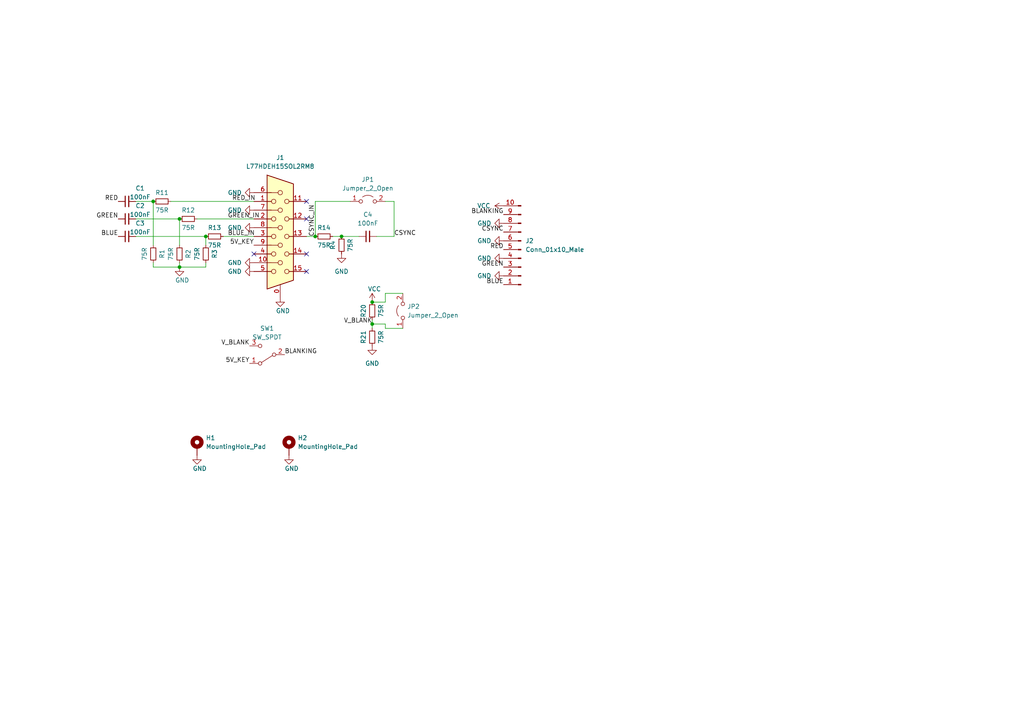
<source format=kicad_sch>
(kicad_sch (version 20211123) (generator eeschema)
  (paper "A4")
  (lib_symbols
    (symbol "Connector:Conn_01x10_Male" (pin_names (offset 1.016) hide)
      (property "Reference" "J" (at 0 12.7 0))
      (property "Value" "Conn_01x10_Male" (at 0 -15.24 0))
      (symbol "Conn_01x10_Male_1_1"
        (polyline (pts (xy 1.27 -12.7) (xy 0.8636 -12.7)) (stroke (width 0.1524)))
        (polyline (pts (xy 1.27 -10.16) (xy 0.8636 -10.16)) (stroke (width 0.1524)))
        (polyline (pts (xy 1.27 -7.62) (xy 0.8636 -7.62)) (stroke (width 0.1524)))
        (polyline (pts (xy 1.27 -5.08) (xy 0.8636 -5.08)) (stroke (width 0.1524)))
        (polyline (pts (xy 1.27 -2.54) (xy 0.8636 -2.54)) (stroke (width 0.1524)))
        (polyline (pts (xy 1.27 0) (xy 0.8636 0)) (stroke (width 0.1524)))
        (polyline (pts (xy 1.27 2.54) (xy 0.8636 2.54)) (stroke (width 0.1524)))
        (polyline (pts (xy 1.27 5.08) (xy 0.8636 5.08)) (stroke (width 0.1524)))
        (polyline (pts (xy 1.27 7.62) (xy 0.8636 7.62)) (stroke (width 0.1524)))
        (polyline (pts (xy 1.27 10.16) (xy 0.8636 10.16)) (stroke (width 0.1524)))
        (rectangle (start 0.8636 -12.573) (end 0 -12.827) (stroke (width 0.1524)) (fill (type outline)))
        (rectangle (start 0.8636 -10.033) (end 0 -10.287) (stroke (width 0.1524)) (fill (type outline)))
        (rectangle (start 0.8636 -7.493) (end 0 -7.747) (stroke (width 0.1524)) (fill (type outline)))
        (rectangle (start 0.8636 -4.953) (end 0 -5.207) (stroke (width 0.1524)) (fill (type outline)))
        (rectangle (start 0.8636 -2.413) (end 0 -2.667) (stroke (width 0.1524)) (fill (type outline)))
        (rectangle (start 0.8636 0.127) (end 0 -0.127) (stroke (width 0.1524)) (fill (type outline)))
        (rectangle (start 0.8636 2.667) (end 0 2.413) (stroke (width 0.1524)) (fill (type outline)))
        (rectangle (start 0.8636 5.207) (end 0 4.953) (stroke (width 0.1524)) (fill (type outline)))
        (rectangle (start 0.8636 7.747) (end 0 7.493) (stroke (width 0.1524)) (fill (type outline)))
        (rectangle (start 0.8636 10.287) (end 0 10.033) (stroke (width 0.1524)) (fill (type outline)))
        (pin passive line (at 5.08 10.16 180) (length 3.81) (name "Pin_1") (number "1"))
        (pin passive line (at 5.08 -12.7 180) (length 3.81) (name "Pin_10") (number "10"))
        (pin passive line (at 5.08 7.62 180) (length 3.81) (name "Pin_2") (number "2"))
        (pin passive line (at 5.08 5.08 180) (length 3.81) (name "Pin_3") (number "3"))
        (pin passive line (at 5.08 2.54 180) (length 3.81) (name "Pin_4") (number "4"))
        (pin passive line (at 5.08 0 180) (length 3.81) (name "Pin_5") (number "5"))
        (pin passive line (at 5.08 -2.54 180) (length 3.81) (name "Pin_6") (number "6"))
        (pin passive line (at 5.08 -5.08 180) (length 3.81) (name "Pin_7") (number "7"))
        (pin passive line (at 5.08 -7.62 180) (length 3.81) (name "Pin_8") (number "8"))
        (pin passive line (at 5.08 -10.16 180) (length 3.81) (name "Pin_9") (number "9"))
      )
    )
    (symbol "Connector:DB15_Female_HighDensity_MountingHoles" (pin_names (offset 1.016) hide)
      (property "Reference" "J" (at 0 21.59 0))
      (property "Value" "DB15_Female_HighDensity_MountingHoles" (at 0 19.05 0))
      (symbol "DB15_Female_HighDensity_MountingHoles_0_1"
        (circle (center -1.905 -10.16) (radius 0.635))
        (circle (center -1.905 -5.08) (radius 0.635))
        (circle (center -1.905 0) (radius 0.635))
        (circle (center -1.905 5.08) (radius 0.635))
        (circle (center -1.905 10.16) (radius 0.635))
        (circle (center 0 -7.62) (radius 0.635))
        (circle (center 0 -2.54) (radius 0.635))
        (polyline (pts (xy -3.175 7.62) (xy -0.635 7.62)))
        (polyline (pts (xy -0.635 -7.62) (xy -3.175 -7.62)))
        (polyline (pts (xy -0.635 -2.54) (xy -3.175 -2.54)))
        (polyline (pts (xy -0.635 2.54) (xy -3.175 2.54)))
        (polyline (pts (xy -0.635 12.7) (xy -3.175 12.7)))
        (polyline (pts (xy -3.81 17.78) (xy -3.81 -15.24) (xy 3.81 -12.7) (xy 3.81 15.24) (xy -3.81 17.78)) (stroke (width 0.254)) (fill (type background)))
        (circle (center 0 2.54) (radius 0.635))
        (circle (center 0 7.62) (radius 0.635))
        (circle (center 0 12.7) (radius 0.635))
        (circle (center 1.905 -10.16) (radius 0.635))
        (circle (center 1.905 -5.08) (radius 0.635))
        (circle (center 1.905 0) (radius 0.635))
        (circle (center 1.905 5.08) (radius 0.635))
        (circle (center 1.905 10.16) (radius 0.635))
      )
      (symbol "DB15_Female_HighDensity_MountingHoles_1_1"
        (pin passive line (at 0 -17.78 90) (length 3.81) (name "~") (number "0"))
        (pin passive line (at -7.62 10.16 0) (length 5.08) (name "~") (number "1"))
        (pin passive line (at -7.62 -7.62 0) (length 5.08) (name "~") (number "10"))
        (pin passive line (at 7.62 10.16 180) (length 5.08) (name "~") (number "11"))
        (pin passive line (at 7.62 5.08 180) (length 5.08) (name "~") (number "12"))
        (pin passive line (at 7.62 0 180) (length 5.08) (name "~") (number "13"))
        (pin passive line (at 7.62 -5.08 180) (length 5.08) (name "~") (number "14"))
        (pin passive line (at 7.62 -10.16 180) (length 5.08) (name "~") (number "15"))
        (pin passive line (at -7.62 5.08 0) (length 5.08) (name "~") (number "2"))
        (pin passive line (at -7.62 0 0) (length 5.08) (name "~") (number "3"))
        (pin passive line (at -7.62 -5.08 0) (length 5.08) (name "~") (number "4"))
        (pin passive line (at -7.62 -10.16 0) (length 5.08) (name "~") (number "5"))
        (pin passive line (at -7.62 12.7 0) (length 5.08) (name "~") (number "6"))
        (pin passive line (at -7.62 7.62 0) (length 5.08) (name "~") (number "7"))
        (pin passive line (at -7.62 2.54 0) (length 5.08) (name "~") (number "8"))
        (pin passive line (at -7.62 -2.54 0) (length 5.08) (name "~") (number "9"))
      )
    )
    (symbol "Device:C_Small" (pin_numbers hide) (pin_names (offset 0.254) hide)
      (property "Reference" "C" (at 0.254 1.778 0))
      (property "Value" "C_Small" (at 0.254 -2.032 0))
      (symbol "C_Small_0_1"
        (polyline (pts (xy -1.524 -0.508) (xy 1.524 -0.508)) (stroke (width 0.3302)))
        (polyline (pts (xy -1.524 0.508) (xy 1.524 0.508)) (stroke (width 0.3048)))
      )
      (symbol "C_Small_1_1"
        (pin passive line (at 0 2.54 270) (length 2.032) (name "~") (number "1"))
        (pin passive line (at 0 -2.54 90) (length 2.032) (name "~") (number "2"))
      )
    )
    (symbol "Device:R_Small" (pin_numbers hide) (pin_names (offset 0.254) hide)
      (property "Reference" "R" (at 0.762 0.508 0))
      (property "Value" "R_Small" (at 0.762 -1.016 0))
      (symbol "R_Small_0_1"
        (rectangle (start -0.762 1.778) (end 0.762 -1.778) (stroke (width 0.2032)))
      )
      (symbol "R_Small_1_1"
        (pin passive line (at 0 2.54 270) (length 0.762) (name "~") (number "1"))
        (pin passive line (at 0 -2.54 90) (length 0.762) (name "~") (number "2"))
      )
    )
    (symbol "Jumper:Jumper_2_Open" (pin_names (offset 0) hide)
      (property "Reference" "JP" (at 0 2.794 0))
      (property "Value" "Jumper_2_Open" (at 0 -2.286 0))
      (symbol "Jumper_2_Open_0_0"
        (circle (center -2.032 0) (radius 0.508))
        (circle (center 2.032 0) (radius 0.508))
      )
      (symbol "Jumper_2_Open_0_1"
        (arc (start 1.524 1.27) (mid 0 1.778) (end -1.524 1.27))
      )
      (symbol "Jumper_2_Open_1_1"
        (pin passive line (at -5.08 0 0) (length 2.54) (name "A") (number "1"))
        (pin passive line (at 5.08 0 180) (length 2.54) (name "B") (number "2"))
      )
    )
    (symbol "Mechanical:MountingHole_Pad" (pin_numbers hide) (pin_names (offset 1.016) hide)
      (property "Reference" "H" (at 0 6.35 0))
      (property "Value" "MountingHole_Pad" (at 0 4.445 0))
      (symbol "MountingHole_Pad_0_1"
        (circle (center 0 1.27) (radius 1.27) (stroke (width 1.27)))
      )
      (symbol "MountingHole_Pad_1_1"
        (pin input line (at 0 -2.54 90) (length 2.54) (name "1") (number "1"))
      )
    )
    (symbol "Switch:SW_SPDT" (pin_names (offset 0) hide)
      (property "Reference" "SW" (at 0 4.318 0))
      (property "Value" "SW_SPDT" (at 0 -5.08 0))
      (symbol "SW_SPDT_0_0"
        (circle (center -2.032 0) (radius 0.508))
        (circle (center 2.032 -2.54) (radius 0.508))
      )
      (symbol "SW_SPDT_0_1"
        (polyline (pts (xy -1.524 0.254) (xy 1.651 2.286)))
        (circle (center 2.032 2.54) (radius 0.508))
      )
      (symbol "SW_SPDT_1_1"
        (pin passive line (at 5.08 2.54 180) (length 2.54) (name "A") (number "1"))
        (pin passive line (at -5.08 0 0) (length 2.54) (name "B") (number "2"))
        (pin passive line (at 5.08 -2.54 180) (length 2.54) (name "C") (number "3"))
      )
    )
    (symbol "power:GND" (power) (pin_names (offset 0))
      (property "Value" "GND" (at 0 -3.81 0))
      (symbol "GND_0_1"
        (polyline (pts (xy 0 0) (xy 0 -1.27) (xy 1.27 -1.27) (xy 0 -2.54) (xy -1.27 -1.27) (xy 0 -1.27)))
      )
      (symbol "GND_1_1"
        (pin power_in line (at 0 0 270) (length 0) hide (name "GND") (number "1"))
      )
    )
    (symbol "power:VCC" (power) (pin_names (offset 0))
      (property "Value" "VCC" (at 0 3.81 0))
      (symbol "VCC_0_1"
        (polyline (pts (xy -0.762 1.27) (xy 0 2.54)))
        (polyline (pts (xy 0 0) (xy 0 2.54)))
        (polyline (pts (xy 0 2.54) (xy 0.762 1.27)))
      )
      (symbol "VCC_1_1"
        (pin power_in line (at 0 0 90) (length 0) hide (name "VCC") (number "1"))
      )
    )
  )
  (junction (at 59.69 68.58))
  (junction (at 44.45 58.42))
  (junction (at 91.44 68.58))
  (junction (at 107.95 93.98))
  (junction (at 107.95 87.63))
  (junction (at 52.07 77.47))
  (junction (at 99.06 68.58))
  (junction (at 52.07 63.5))
  (no_connect (at 88.9 63.5))
  (no_connect (at 73.66 73.66))
  (no_connect (at 88.9 78.74))
  (no_connect (at 88.9 58.42))
  (no_connect (at 88.9 73.66))
  (wire (pts (xy 39.37 68.58) (xy 59.69 68.58)))
  (wire (pts (xy 52.07 76.2) (xy 52.07 77.47)))
  (wire (pts (xy 64.77 68.58) (xy 73.66 68.58)))
  (wire (pts (xy 52.07 77.47) (xy 44.45 77.47)))
  (wire (pts (xy 111.76 87.63) (xy 111.76 85.09)))
  (wire (pts (xy 107.95 93.98) (xy 107.95 95.25)))
  (wire (pts (xy 44.45 77.47) (xy 44.45 76.2)))
  (wire (pts (xy 88.9 68.58) (xy 91.44 68.58)))
  (wire (pts (xy 52.07 63.5) (xy 52.07 71.12)))
  (wire (pts (xy 99.06 68.58) (xy 104.14 68.58)))
  (wire (pts (xy 59.69 76.2) (xy 59.69 77.47)))
  (wire (pts (xy 107.95 92.71) (xy 107.95 93.98)))
  (wire (pts (xy 114.3 68.58) (xy 109.22 68.58)))
  (wire (pts (xy 91.44 68.58) (xy 91.44 58.42)))
  (wire (pts (xy 111.76 95.25) (xy 116.84 95.25)))
  (wire (pts (xy 39.37 58.42) (xy 44.45 58.42)))
  (wire (pts (xy 114.3 58.42) (xy 114.3 68.58)))
  (wire (pts (xy 49.53 58.42) (xy 73.66 58.42)))
  (wire (pts (xy 111.76 85.09) (xy 116.84 85.09)))
  (wire (pts (xy 107.95 87.63) (xy 111.76 87.63)))
  (wire (pts (xy 39.37 63.5) (xy 52.07 63.5)))
  (wire (pts (xy 44.45 58.42) (xy 44.45 71.12)))
  (wire (pts (xy 57.15 63.5) (xy 73.66 63.5)))
  (wire (pts (xy 111.76 93.98) (xy 111.76 95.25)))
  (wire (pts (xy 111.76 58.42) (xy 114.3 58.42)))
  (wire (pts (xy 96.52 68.58) (xy 99.06 68.58)))
  (wire (pts (xy 59.69 68.58) (xy 59.69 71.12)))
  (wire (pts (xy 107.95 93.98) (xy 111.76 93.98)))
  (wire (pts (xy 59.69 77.47) (xy 52.07 77.47)))
  (wire (pts (xy 91.44 58.42) (xy 101.6 58.42)))
  (label "GREEN_IN" (at 66.04 63.5 0))
  (label "RED" (at 146.05 72.39 180))
  (label "BLUE" (at 146.05 82.55 180))
  (label "RED" (at 34.29 58.42 180))
  (label "RED_IN" (at 67.31 58.42 0))
  (label "BLUE_IN" (at 66.04 68.58 0))
  (label "V_BLANK" (at 72.39 100.33 180))
  (label "5V_KEY" (at 73.66 71.12 180))
  (label "V_BLANK" (at 107.95 93.98 180))
  (label "BLUE" (at 34.29 68.58 180))
  (label "CSYNC" (at 146.05 67.31 180))
  (label "GREEN" (at 34.29 63.5 180))
  (label "BLANKING" (at 146.05 62.23 180))
  (label "5V_KEY" (at 72.39 105.41 180))
  (label "CSYNC" (at 114.3 68.58 0))
  (label "BLANKING" (at 82.55 102.87 0))
  (label "GREEN" (at 146.05 77.47 180))
  (label "CSYNC_IN" (at 91.44 68.58 90))
  (symbol (lib_id "Device:R_Small") (at 59.69 73.66 0) (unit 1)
    (property "Reference" "R3" (at 62.23 73.66 90))
    (property "Value" "75R" (at 57.15 73.66 90))
    (property "Footprint" "Resistor_SMD:R_0805_2012Metric_Pad1.20x1.40mm_HandSolder" (effects hide))
  )
  (symbol (lib_id "power:GND") (at 73.66 78.74 270) (unit 1)
    (property "Reference" "#PWR0101" (effects hide))
    (property "Value" "GND" (at 66.04 78.74 90) (effects (justify left)))
  )
  (symbol (lib_id "Device:R_Small") (at 44.45 73.66 0) (unit 1)
    (property "Reference" "R1" (at 46.99 73.66 90))
    (property "Value" "75R" (at 41.91 73.66 90))
    (property "Footprint" "Resistor_SMD:R_0805_2012Metric_Pad1.20x1.40mm_HandSolder" (effects hide))
  )
  (symbol (lib_id "Connector:DB15_Female_HighDensity_MountingHoles") (at 81.28 68.58 0) (unit 1)
    (property "Reference" "J1" (at 81.28 45.72 0))
    (property "Value" "L77HDEH15SOL2RM8" (at 81.28 48.26 0))
    (property "Footprint" "Connector_Dsub:DSUB-15-HD_Female_Vertical_P2.29x1.98mm_MountingHoles" (effects hide))
    (property "Datasheet" " ~" (effects hide))
  )
  (symbol (lib_id "Device:R_Small") (at 62.23 68.58 90) (unit 1)
    (property "Reference" "R13" (at 62.23 66.04 90))
    (property "Value" "75R" (at 62.23 71.12 90))
    (property "Footprint" "Resistor_SMD:R_0805_2012Metric_Pad1.20x1.40mm_HandSolder" (effects hide))
  )
  (symbol (lib_id "Device:C_Small") (at 106.68 68.58 90) (unit 1)
    (property "Reference" "C4" (at 106.6863 62.23 90))
    (property "Value" "100nF" (at 106.6863 64.77 90))
    (property "Footprint" "Capacitor_SMD:C_0805_2012Metric_Pad1.18x1.45mm_HandSolder" (effects hide))
  )
  (symbol (lib_id "Device:C_Small") (at 36.83 68.58 90) (unit 1)
    (property "Reference" "C3" (at 40.64 64.77 90))
    (property "Value" "100nF" (at 40.64 67.31 90))
    (property "Footprint" "Capacitor_SMD:C_0805_2012Metric_Pad1.18x1.45mm_HandSolder" (effects hide))
  )
  (symbol (lib_id "power:GND") (at 99.06 73.66 0) (unit 1)
    (property "Reference" "#PWR0113" (effects hide))
    (property "Value" "GND" (at 99.06 78.74 0))
  )
  (symbol (lib_id "Device:R_Small") (at 93.98 68.58 90) (unit 1)
    (property "Reference" "R14" (at 93.98 66.04 90))
    (property "Value" "75R" (at 93.98 71.12 90))
    (property "Footprint" "Resistor_SMD:R_0805_2012Metric_Pad1.20x1.40mm_HandSolder" (effects hide))
  )
  (symbol (lib_id "power:GND") (at 73.66 60.96 270) (unit 1)
    (property "Reference" "#PWR0104" (effects hide))
    (property "Value" "GND" (at 66.04 60.96 90) (effects (justify left)))
  )
  (symbol (lib_id "power:GND") (at 146.05 74.93 270) (unit 1)
    (property "Reference" "#PWR0107" (effects hide))
    (property "Value" "GND" (at 138.43 74.93 90) (effects (justify left)))
  )
  (symbol (lib_id "power:VCC") (at 146.05 59.69 90) (unit 1)
    (property "Reference" "#PWR0117" (effects hide))
    (property "Value" "VCC" (at 142.24 59.6899 90) (effects (justify left)))
  )
  (symbol (lib_id "Mechanical:MountingHole_Pad") (at 57.15 129.54 0) (unit 1)
    (property "Reference" "H1" (at 59.69 126.9999 0) (effects (justify left)))
    (property "Value" "MountingHole_Pad" (at 59.69 129.5399 0) (effects (justify left)))
    (property "Footprint" "MountingHole:MountingHole_3.2mm_M3_Pad" (effects hide))
  )
  (symbol (lib_id "Device:R_Small") (at 46.99 58.42 90) (unit 1)
    (property "Reference" "R11" (at 46.99 55.88 90))
    (property "Value" "75R" (at 46.99 60.96 90))
    (property "Footprint" "Resistor_SMD:R_0805_2012Metric_Pad1.20x1.40mm_HandSolder" (effects hide))
  )
  (symbol (lib_id "power:GND") (at 73.66 76.2 270) (unit 1)
    (property "Reference" "#PWR0103" (effects hide))
    (property "Value" "GND" (at 66.04 76.2 90) (effects (justify left)))
  )
  (symbol (lib_id "power:GND") (at 57.15 132.08 0) (unit 1)
    (property "Reference" "#PWR0116" (effects hide))
    (property "Value" "GND" (at 55.88 135.89 0) (effects (justify left)))
  )
  (symbol (lib_id "Device:C_Small") (at 36.83 63.5 90) (unit 1)
    (property "Reference" "C2" (at 40.64 59.69 90))
    (property "Value" "100nF" (at 40.64 62.23 90))
    (property "Footprint" "Capacitor_SMD:C_0805_2012Metric_Pad1.18x1.45mm_HandSolder" (effects hide))
  )
  (symbol (lib_id "Mechanical:MountingHole_Pad") (at 83.82 129.54 0) (unit 1)
    (property "Reference" "H2" (at 86.36 126.9999 0) (effects (justify left)))
    (property "Value" "MountingHole_Pad" (at 86.36 129.5399 0) (effects (justify left)))
    (property "Footprint" "MountingHole:MountingHole_3.2mm_M3_Pad" (effects hide))
  )
  (symbol (lib_id "Device:R_Small") (at 54.61 63.5 90) (unit 1)
    (property "Reference" "R12" (at 54.61 60.96 90))
    (property "Value" "75R" (at 54.61 66.04 90))
    (property "Footprint" "Resistor_SMD:R_0805_2012Metric_Pad1.20x1.40mm_HandSolder" (effects hide))
  )
  (symbol (lib_id "Device:R_Small") (at 107.95 97.79 180) (unit 1)
    (property "Reference" "R21" (at 105.41 97.79 90))
    (property "Value" "75R" (at 110.49 97.79 90))
    (property "Footprint" "Resistor_SMD:R_0805_2012Metric_Pad1.20x1.40mm_HandSolder" (effects hide))
  )
  (symbol (lib_id "Device:R_Small") (at 52.07 73.66 0) (unit 1)
    (property "Reference" "R2" (at 54.61 73.66 90))
    (property "Value" "75R" (at 49.53 73.66 90))
    (property "Footprint" "Resistor_SMD:R_0805_2012Metric_Pad1.20x1.40mm_HandSolder" (effects hide))
  )
  (symbol (lib_id "Jumper:Jumper_2_Open") (at 106.68 58.42 0) (unit 1)
    (property "Reference" "JP1" (at 106.68 52.07 0))
    (property "Value" "Jumper_2_Open" (at 106.68 54.61 0))
    (property "Footprint" "Jumper:SolderJumper-2_P1.3mm_Open_TrianglePad1.0x1.5mm" (effects hide))
  )
  (symbol (lib_id "Jumper:Jumper_2_Open") (at 116.84 90.17 90) (unit 1)
    (property "Reference" "JP2" (at 118.11 88.8999 90) (effects (justify right)))
    (property "Value" "Jumper_2_Open" (at 118.11 91.4399 90) (effects (justify right)))
    (property "Footprint" "Jumper:SolderJumper-2_P1.3mm_Open_TrianglePad1.0x1.5mm" (effects hide))
  )
  (symbol (lib_id "power:VCC") (at 107.95 87.63 0) (unit 1)
    (property "Reference" "#PWR0114" (effects hide))
    (property "Value" "VCC" (at 106.68 83.82 0) (effects (justify left)))
  )
  (symbol (lib_id "power:GND") (at 146.05 80.01 270) (unit 1)
    (property "Reference" "#PWR0110" (effects hide))
    (property "Value" "GND" (at 138.43 80.01 90) (effects (justify left)))
  )
  (symbol (lib_id "Connector:Conn_01x10_Male") (at 151.13 72.39 180) (unit 1)
    (property "Reference" "J2" (at 152.4 69.8499 0) (effects (justify right)))
    (property "Value" "Conn_01x10_Male" (at 152.4 72.3899 0) (effects (justify right)))
    (property "Footprint" "Connector_PinHeader_2.54mm:PinHeader_1x10_P2.54mm_Vertical" (effects hide))
  )
  (symbol (lib_id "Device:C_Small") (at 36.83 58.42 90) (unit 1)
    (property "Reference" "C1" (at 40.64 54.61 90))
    (property "Value" "100nF" (at 40.64 57.15 90))
    (property "Footprint" "Capacitor_SMD:C_0805_2012Metric_Pad1.18x1.45mm_HandSolder" (effects hide))
  )
  (symbol (lib_id "power:GND") (at 73.66 66.04 270) (unit 1)
    (property "Reference" "#PWR0102" (effects hide))
    (property "Value" "GND" (at 66.04 66.04 90) (effects (justify left)))
  )
  (symbol (lib_id "power:GND") (at 81.28 86.36 0) (unit 1)
    (property "Reference" "#PWR0112" (effects hide))
    (property "Value" "GND" (at 80.01 90.17 0) (effects (justify left)))
  )
  (symbol (lib_id "power:GND") (at 52.07 77.47 0) (unit 1)
    (property "Reference" "#PWR0106" (effects hide))
    (property "Value" "GND" (at 50.8 81.28 0) (effects (justify left)))
  )
  (symbol (lib_id "power:GND") (at 83.82 132.08 0) (unit 1)
    (property "Reference" "#PWR0115" (effects hide))
    (property "Value" "GND" (at 82.55 135.89 0) (effects (justify left)))
  )
  (symbol (lib_id "Device:R_Small") (at 99.06 71.12 180) (unit 1)
    (property "Reference" "R4" (at 96.52 71.12 90))
    (property "Value" "75R" (at 101.6 71.12 90))
    (property "Footprint" "Resistor_SMD:R_0805_2012Metric_Pad1.20x1.40mm_HandSolder" (effects hide))
  )
  (symbol (lib_id "power:GND") (at 73.66 55.88 270) (unit 1)
    (property "Reference" "#PWR0105" (effects hide))
    (property "Value" "GND" (at 66.04 55.88 90) (effects (justify left)))
  )
  (symbol (lib_id "Device:R_Small") (at 107.95 90.17 180) (unit 1)
    (property "Reference" "R20" (at 105.41 90.17 90))
    (property "Value" "75R" (at 110.49 90.17 90))
    (property "Footprint" "Resistor_SMD:R_0805_2012Metric_Pad1.20x1.40mm_HandSolder" (effects hide))
  )
  (symbol (lib_id "power:GND") (at 146.05 69.85 270) (unit 1)
    (property "Reference" "#PWR0108" (effects hide))
    (property "Value" "GND" (at 138.43 69.85 90) (effects (justify left)))
  )
  (symbol (lib_id "power:GND") (at 107.95 100.33 0) (unit 1)
    (property "Reference" "#PWR0111" (effects hide))
    (property "Value" "GND" (at 107.95 105.41 0))
  )
  (symbol (lib_id "Switch:SW_SPDT") (at 77.47 102.87 180) (unit 1)
    (property "Reference" "SW1" (at 77.47 95.25 0))
    (property "Value" "SW_SPDT" (at 77.47 97.79 0))
    (property "Footprint" "Button_Switch_THT:SW_E-Switch_EG1271_SPDT" (effects hide))
  )
  (symbol (lib_id "power:GND") (at 146.05 64.77 270) (unit 1)
    (property "Reference" "#PWR0109" (effects hide))
    (property "Value" "GND" (at 138.43 64.77 90) (effects (justify left)))
  )
)
</source>
